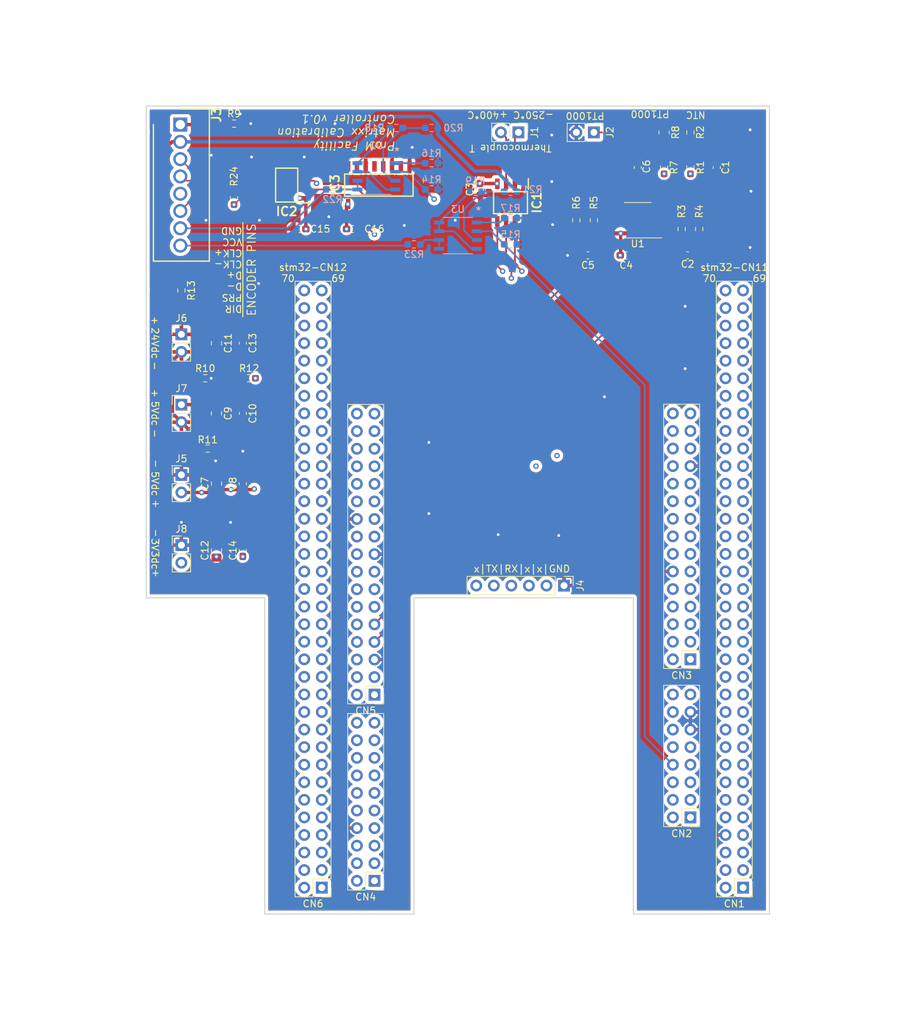
<source format=kicad_pcb>
(kicad_pcb (version 20211014) (generator pcbnew)
  (title_block (title "Expansion_Adapter") (date "2022-02-08") (rev "0.1.0") (company "ProM Facility"))
  (layers (0 "F.Cu" mixed) (1 "In1.Cu" mixed) (2 "In2.Cu" mixed) (31 "B.Cu" mixed) (34 "B.Paste" user) (35 "F.Paste" user) (36 "B.SilkS" user "B.Silkscreen") (37 "F.SilkS" user "F.Silkscreen") (38 "B.Mask" user) (39 "F.Mask" user) (44 "Edge.Cuts" user))
  (net 0 "")
  (net 1 "GND")
  (net 2 "+3V3")
  (net 3 "Net-(C1-Pad1)")
  (net 4 "Net-(C6-Pad1)")
  (net 41 "Net-(R5-Pad1)")
  (net 224 "Net-(IC1-Pad2)")
  (net 225 "Net-(IC1-Pad3)")
  (net 236 "Net-(R3-Pad1)")
  (net 237 "Net-(R16-Pad2)")
  (net 238 "Net-(R17-Pad2)")
  (net 239 "Net-(R18-Pad1)")
  (net 240 "Net-(R18-Pad2)")
  (net 241 "Net-(R19-Pad1)")
  (net 242 "Net-(R19-Pad2)")
  (net 243 "Net-(R22-Pad2)")
  (net 244 "Net-(R23-Pad2)")
  (net 245 "+5V")
  (net 246 "/encoder_interface/ENC_to_BUFF_DATA")
  (net 247 "/connectors/ENC_GND")
  (net 248 "/connectors/NTC_A_OUT")
  (net 249 "/connectors/RTD_A_OUT")
  (net 250 "/connectors/+5Vdc_ext")
  (net 251 "/connectors/GND_PWR")
  (net 252 "/connectors/+24Vdc_ext")
  (net 253 "/connectors/MCU_to_ENC_CLK")
  (net 254 "/connectors/BUFF_to_MCU_DATA")
  (net 255 "/connectors/MCU_PRESET")
  (net 256 "/connectors/MCU_DIR")
  (net 257 "/connectors/THCP_SPI_SCK")
  (net 258 "/connectors/THCP_SPI_NSS")
  (net 259 "/connectors/THCP_SPI_MISO")
  (net 261 "Net-(CN5-Pad16)")
  (net 262 "Net-(CN5-Pad14)")
  (net 263 "/connectors/ENC_SSI_CLK+")
  (net 264 "/connectors/ENC_SSI_CLK-")
  (net 265 "/connectors/ENC_SSI_DATA-")
  (net 266 "/connectors/ENC_SSI_DATA+")
  (net 267 "/connectors/ENC_VCC")
  (net 268 "/connectors/ENC_PRESET")
  (net 269 "/connectors/ENC_DIR")
  (footprint "Capacitor_SMD:C_0603_1608Metric_Pad1.08x0.95mm_HandSolder" (layer "F.Cu") (at 142.24 63.495 90)
    (fp_text reference "C6")
    (fp_text value "10n")
  )
  (footprint "Capacitor_SMD:C_0805_2012Metric_Pad1.18x1.45mm_HandSolder" (layer "F.Cu") (at 81.28 88.895 -90)
    (fp_text reference "C11")
    (fp_text value "1u 50V")
  )
  (footprint "Resistor_SMD:R_0603_1608Metric_Pad0.98x0.95mm_HandSolder" (layer "F.Cu") (at 146.05 63.495 -90)
    (fp_text reference "R7")
    (fp_text value "6k8")
  )
  (footprint "Resistor_SMD:R_0603_1608Metric_Pad0.98x0.95mm_HandSolder" (layer "F.Cu") (at 149.86 58.415 -90)
    (fp_text reference "R2")
    (fp_text value "NTCG163JH103JT1")
  )
  (footprint "Resistor_SMD:R_0603_1608Metric_Pad0.98x0.95mm_HandSolder" (layer "F.Cu") (at 149.86 63.495 -90)
    (fp_text reference "R1")
    (fp_text value "10k")
  )
  (footprint "Connector_PinHeader_2.54mm:PinHeader_2x17_P2.54mm_Vertical" (layer "F.Cu") (at 104.14 139.725 180)
    (fp_text reference "CN5")
    (fp_text value "CN10")
  )
  (footprint "Capacitor_SMD:C_0603_1608Metric_Pad1.08x0.95mm_HandSolder" (layer "F.Cu") (at 100.965 72.385)
    (fp_text reference "C16")
    (fp_text value "100n")
  )
  (footprint "Capacitor_SMD:C_0603_1608Metric_Pad1.08x0.95mm_HandSolder" (layer "F.Cu") (at 135.0275 76.195 180)
    (fp_text reference "C5")
    (fp_text value "10n")
  )
  (footprint "Resistor_SMD:R_0805_2012Metric_Pad1.20x1.40mm_HandSolder" (layer "F.Cu") (at 146.05 58.415 -90)
    (fp_text reference "R8")
    (fp_text value "P1K0.0805.2P.B")
  )
  (footprint "SamacSys_Parts:SOIC127P600X175-8N" (layer "F.Cu") (at 91.44 66.035 180)
    (fp_text reference "IC2")
    (fp_text value "MAX490CSA+" hide)
  )
  (footprint "Connector_PinHeader_2.54mm:PinHeader_1x02_P2.54mm_Vertical" (layer "F.Cu") (at 76.2 87.62)
    (fp_text reference "J6")
    (fp_text value "Screw_Terminal_01x02")
  )
  (footprint "Connector_PinHeader_2.54mm:PinHeader_1x02_P2.54mm_Vertical" (layer "F.Cu") (at 124.973 58.415 -90)
    (fp_text reference "J1")
    (fp_text value "Screw_Terminal_01x02")
  )
  (footprint "Connector_PinHeader_2.54mm:PinHeader_1x06_P2.54mm_Vertical" (layer "F.Cu") (at 131.572 123.952 -90)
    (fp_text reference "J4")
    (fp_text value "Conn_01x06")
  )
  (footprint "Resistor_SMD:R_0603_1608Metric_Pad0.98x0.95mm_HandSolder" (layer "F.Cu") (at 135.89 71.115 -90)
    (fp_text reference "R5")
    (fp_text value "10K")
  )
  (footprint "Resistor_SMD:R_0603_1608Metric_Pad0.98x0.95mm_HandSolder" (layer "F.Cu") (at 83.82 57.145)
    (fp_text reference "R9")
    (fp_text value "0R")
  )
  (footprint "Capacitor_SMD:C_0805_2012Metric_Pad1.18x1.45mm_HandSolder" (layer "F.Cu") (at 81.28 99.055 -90)
    (fp_text reference "C9")
    (fp_text value "1u 10V")
  )
  (footprint "Connector_PinHeader_2.54mm:PinHeader_1x02_P2.54mm_Vertical" (layer "F.Cu") (at 76.2 118.105)
    (fp_text reference "J8")
    (fp_text value "Conn_01x02")
  )
  (footprint "Capacitor_SMD:C_0805_2012Metric_Pad1.18x1.45mm_HandSolder" (layer "F.Cu") (at 81.28 118.867 90)
    (fp_text reference "C12")
    (fp_text value "1u 10V")
  )
  (footprint "Capacitor_SMD:C_0603_1608Metric_Pad1.08x0.95mm_HandSolder" (layer "F.Cu") (at 85.09 99.055 -90)
    (fp_text reference "C10")
    (fp_text value "100n 10V")
  )
  (footprint "Connector_PinHeader_2.54mm:PinHeader_2x08_P2.54mm_Vertical" (layer "F.Cu") (at 149.86 157.475 180)
    (fp_text reference "CN2")
    (fp_text value "CN8")
  )
  (footprint "Connector_PinHeader_2.54mm:PinHeader_2x10_P2.54mm_Vertical" (layer "F.Cu") (at 104.14 166.645 180)
    (fp_text reference "CN4")
    (fp_text value "CN7")
  )
  (footprint "Capacitor_SMD:C_0603_1608Metric_Pad1.08x0.95mm_HandSolder" (layer "F.Cu") (at 93.345 72.385 180)
    (fp_text reference "C15")
    (fp_text value "100n")
  )
  (footprint "SamacSys_Parts:SOIC127P600X175-8N" (layer "F.Cu") (at 123.825 68.575 -90)
    (fp_text reference "IC1")
    (fp_text value "MAX31855TASA+" hide)
  )
  (footprint "Capacitor_SMD:C_0603_1608Metric_Pad1.08x0.95mm_HandSolder" (layer "F.Cu") (at 85.09 88.895 -90)
    (fp_text reference "C13")
    (fp_text value "100n 50V")
  )
  (footprint "Capacitor_SMD:C_0603_1608Metric_Pad1.08x0.95mm_HandSolder" (layer "F.Cu") (at 119.385 66.67 90)
    (fp_text reference "C3")
    (fp_text value "100n")
  )
  (footprint "Resistor_SMD:R_0603_1608Metric_Pad0.98x0.95mm_HandSolder" (layer "F.Cu") (at 151.13 72.385 90)
    (fp_text reference "R4")
    (fp_text value "100k")
  )
  (footprint "Capacitor_SMD:C_0603_1608Metric_Pad1.08x0.95mm_HandSolder" (layer "F.Cu") (at 140.5625 76.195 180)
    (fp_text reference "C4")
    (fp_text value "100n")
  )
  (footprint "Connector_PinHeader_2.54mm:PinHeader_2x15_P2.54mm_Vertical" (layer "F.Cu") (at 149.86 134.615 180)
    (fp_text reference "CN3")
    (fp_text value "CN9")
  )
  (footprint "Connector_PinHeader_2.54mm:PinHeader_1x02_P2.54mm_Vertical" (layer "F.Cu") (at 135.89 58.415 -90)
    (fp_text reference "J2")
    (fp_text value "NB-PTCO-126")
  )
  (footprint "SamacSys_Parts:SHDR8W80P0X250_1X8_2200X810X1010P" (layer "F.Cu") (at 76.05 57.285 -90)
    (fp_text reference "J3")
    (fp_text value "691382000008" hide)
  )
  (footprint "Capacitor_SMD:C_0603_1608Metric_Pad1.08x0.95mm_HandSolder" (layer "F.Cu") (at 153.67 63.495 90)
    (fp_text reference "C1")
    (fp_text value "10n")
  )
  (footprint "Resistor_SMD:R_0603_1608Metric_Pad0.98x0.95mm_HandSolder" (layer "F.Cu") (at 76.2 81.275 -90)
    (fp_text reference "R13")
    (fp_text value "0R")
  )
  (footprint "Connector_PinHeader_2.54mm:PinHeader_2x35_P2.54mm_Vertical" (layer "F.Cu") (at 157.48 167.635 180)
    (fp_text reference "CN1")
    (fp_text value "CN11")
  )
  (footprint "Resistor_SMD:R_0603_1608Metric_Pad0.98x0.95mm_HandSolder" (layer "F.Cu") (at 80.01 104.135 180)
    (fp_text reference "R11")
    (fp_text value "0R")
  )
  (footprint "Resistor_SMD:R_0603_1608Metric_Pad0.98x0.95mm_HandSolder" (layer "F.Cu") (at 148.59 72.385 -90)
    (fp_text reference "R3")
    (fp_text value "22k")
  )
  (footprint "Capacitor_SMD:C_0805_2012Metric_Pad1.18x1.45mm_HandSolder" (layer "F.Cu") (at 81.28 109.215 90)
    (fp_text reference "C7")
    (fp_text value "1u 10V")
  )
  (footprint "Connector_PinHeader_2.54mm:PinHeader_1x02_P2.54mm_Vertical" (layer "F.Cu") (at 76.2 97.785)
    (fp_text reference "J7")
    (fp_text value "Screw_Terminal_01x02")
  )
  (footprint "Capacitor_SMD:C_0603_1608Metric_Pad1.08x0.95mm_HandSolder" (layer "F.Cu") (at 149.4525 76.195)
    (fp_text reference "C2")
    (fp_text value "10n")
  )
  (footprint "Resistor_SMD:R_0603_1608Metric_Pad0.98x0.95mm_HandSolder" (layer "F.Cu") (at 133.35 71.115 90)
    (fp_text reference "R6")
    (fp_text value "2k4")
  )
  (footprint "Connector_PinHeader_2.54mm:PinHeader_1x02_P2.54mm_Vertical" (layer "F.Cu") (at 76.2 107.945)
    (fp_text reference "J5")
    (fp_text value "Conn_01x02")
  )
  (footprint "Resistor_SMD:R_0603_1608Metric_Pad0.98x0.95mm_HandSolder" (layer "F.Cu") (at 86.0025 93.975 180)
    (fp_text reference "R12")
    (fp_text value "0R")
  )
  (footprint "Connector_PinHeader_2.54mm:PinHeader_2x35_P2.54mm_Vertical" (layer "F.Cu") (at 96.52 167.635 180)
    (fp_text reference "CN6")
    (fp_text value "C12")
  )
  (footprint "Resistor_SMD:R_0603_1608Metric_Pad0.98x0.95mm_HandSolder" (layer "F.Cu") (at 79.6525 93.975)
    (fp_text reference "R10")
    (fp_text value "0R")
  )
  (footprint "Capacitor_SMD:C_0603_1608Metric_Pad1.08x0.95mm_HandSolder" (layer "F.Cu") (at 85.09 109.215 90)
    (fp_text reference "C8")
    (fp_text value "100n 10V")
  )
  (footprint "Package_SO:SOIC-8_3.9x4.9mm_P1.27mm" (layer "F.Cu") (at 142.24 71.115 180)
    (fp_text reference "U1")
    (fp_text value "MCP6477")
  )
  (footprint "SamacSys_Parts:SOIC127P600X175-16N" (layer "F.Cu") (at 104.775 66.035 90)
    (fp_text reference "IC3")
    (fp_text value "CD4050BD" hide)
  )
  (footprint "Resistor_SMD:R_0603_1608Metric_Pad0.98x0.95mm_HandSolder" (layer "F.Cu") (at 83.82 67.94 90)
    (fp_text reference "R24")
    (fp_text value "120R")
  )
  (footprint "Capacitor_SMD:C_0603_1608Metric_Pad1.08x0.95mm_HandSolder" (layer "F.Cu") (at 85.09 118.867 90)
    (fp_text reference "C14")
    (fp_text value "100n 10V")
  )
  (footprint "Resistor_SMD:R_0603_1608Metric_Pad0.98x0.95mm_HandSolder" (layer "B.Cu") (at 112.395 57.78 180)
    (fp_text reference "R20")
    (fp_text value "0R")
  )
  (footprint "Resistor_SMD:R_0603_1608Metric_Pad0.98x0.95mm_HandSolder" (layer "B.Cu") (at 112.395 62.86 180)
    (fp_text reference "R16")
    (fp_text value "2K2")
  )
  (footprint "Resistor_SMD:R_0603_1608Metric_Pad0.98x0.95mm_HandSolder" (layer "B.Cu") (at 123.832625 74.6125 180)
    (fp_text reference "R15")
    (fp_text value "47K")
  )
  (footprint "Resistor_SMD:R_0603_1608Metric_Pad0.98x0.95mm_HandSolder" (layer "B.Cu") (at 98.0675 66.67)
    (fp_text reference "R22")
    (fp_text value "0R")
  )
  (footprint "Resistor_SMD:R_0603_1608Metric_Pad0.98x0.95mm_HandSolder" (layer "B.Cu") (at 123.832625 66.9925 180)
    (fp_text reference "R21")
    (fp_text value "0R")
  )
  (footprint "Resistor_SMD:R_0603_1608Metric_Pad0.98x0.95mm_HandSolder" (layer "B.Cu") (at 123.832625 70.8025 180)
    (fp_text reference "R17")
    (fp_text value "2K2")
  )
  (footprint "Resistor_SMD:R_0603_1608Metric_Pad0.98x0.95mm_HandSolder" (layer "B.Cu") (at 107.315 57.78)
    (fp_text reference "R18")
    (fp_text value "47K")
  )
  (footprint "footprints:SQ4532AEY-T1_GE3" (layer "B.Cu") (at 116.212625 73.3425 180)
    (fp_text reference "U3")
    (fp_text value "SQ4532AEY-T1_GE3")
  )
  (footprint "Resistor_SMD:R_0603_1608Metric_Pad0.98x0.95mm_HandSolder" (layer "B.Cu") (at 109.862625 74.6125)
    (fp_text reference "R23")
    (fp_text value "0R")
  )
  (footprint "Resistor_SMD:R_0603_1608Metric_Pad0.98x0.95mm_HandSolder" (layer "B.Cu") (at 118.752625 66.9925)
    (fp_text reference "R19")
    (fp_text value "47K")
  )
  (footprint "footprints:SQ4532AEY-T1_GE3" (layer "B.Cu") (at 104.4175 64.77 180)
    (fp_text reference "U2")
    (fp_text value "SQ4532AEY-T1_GE3")
  )
  (footprint "Resistor_SMD:R_0603_1608Metric_Pad0.98x0.95mm_HandSolder" (layer "B.Cu") (at 112.395 66.67 180)
    (fp_text reference "R14")
    (fp_text value "47K")
  )
  (gr_line (start 85.09 85.085) (end 85.099 71.474) (layer "F.SilkS") (width 0.14986))
  (gr_line (start 141.605 171.445) (end 161.29 171.45) (layer "Edge.Cuts") (width 0.14986))
  (gr_line (start 141.605 125.725) (end 141.605 171.445) (layer "Edge.Cuts") (width 0.14986))
  (gr_line (start 71.12 125.725) (end 71.12 54.61) (layer "Edge.Cuts") (width 0.14986))
  (gr_line (start 88.265 171.445) (end 109.855 171.445) (layer "Edge.Cuts") (width 0.14986))
  (gr_line (start 109.855 125.725) (end 141.605 125.725) (layer "Edge.Cuts") (width 0.14986))
  (gr_line (start 161.29 171.45) (end 161.29 54.61) (layer "Edge.Cuts") (width 0.14986))
  (gr_line (start 71.12 125.725) (end 88.265 125.725) (layer "Edge.Cuts") (width 0.14986))
  (gr_line (start 161.29 54.61) (end 71.12 54.61) (layer "Edge.Cuts") (width 0.14986))
  (gr_line (start 109.855 171.445) (end 109.855 125.725) (layer "Edge.Cuts") (width 0.14986))
  (gr_line (start 88.265 125.725) (end 88.265 171.445) (layer "Edge.Cuts") (width 0.14986))
  (gr_text "+      -" (at 72.39 109.22 90) (layer "F.SilkS") (effects (font (size 1.000759 1.000759) (thickness 0.14986))))
  (gr_text "5Vdc" (at 72.39 99.06 270) (layer "F.SilkS") (effects (font (size 1.000759 1.000759) (thickness 0.14986))))
  (gr_text "ENCODER PINS" (at 86.36 78.2795 90) (layer "F.SilkS") (effects (font (size 1.2 1.2) (thickness 0.14986))))
  (gr_text "PT1000" (at 144.018 55.753 180) (layer "F.SilkS") (effects (font (size 1.000759 1.000759) (thickness 0.14986))))
  (gr_text "DIR\nPRS\nD-\nD+\nCLK-\nCLK+\nVCC\nGND" (at 85.0945 78.2795 180) (layer "F.SilkS") (effects (font (size 1.000759 1.000759) (thickness 0.14986)) (justify left)))
  (gr_text "Thermocouple T\n\n\n-250°C +400°C" (at 123.825 58.293 180) (layer "F.SilkS") (effects (font (size 1.000759 1.000759) (thickness 0.14986))))
  (gr_text "stm32-CN11\n70       69" (at 156.215 78.74) (layer "F.SilkS") (effects (font (size 1.000759 1.000759) (thickness 0.14986))))
  (gr_text "5Vdc" (at 72.39 109.22 270) (layer "F.SilkS") (effects (font (size 1.000759 1.000759) (thickness 0.14986))))
  (gr_text "PT1000" (at 134.62 56.007 180) (layer "F.SilkS") (effects (font (size 1.000759 1.000759) (thickness 0.14986))))
  (gr_text "3V3dc" (at 72.39 119.38 270) (layer "F.SilkS") (effects (font (size 1.000759 1.000759) (thickness 0.14986))))
  (gr_text "ProM Facility\nMatrixx Calibration \nController v0.1" (at 107.315 58.415 180) (layer "F.SilkS") (effects (font (size 1.2 1.2) (thickness 0.14986) italic) (justify left)))
  (gr_text "NTC" (at 150.622 55.88 180) (layer "F.SilkS") (effects (font (size 1.000759 1.000759) (thickness 0.14986))))
  (gr_text "+      -" (at 72.39 99.06 270) (layer "F.SilkS") (effects (font (size 1.000759 1.000759) (thickness 0.14986))))
  (gr_text "+       -" (at 72.39 88.9 270) (layer "F.SilkS") (effects (font (size 1.000759 1.000759) (thickness 0.14986))))
  (gr_text "24Vdc" (at 72.39 88.9 270) (layer "F.SilkS") (effects (font (size 1.000759 1.000759) (thickness 0.14986))))
  (gr_text "stm32-CN12\n70       69" (at 95.25 78.74) (layer "F.SilkS") (effects (font (size 1.000759 1.000759) (thickness 0.14986))))
  (gr_text "x|TX|RX|x|x|GND" (at 125.476 121.539) (layer "F.SilkS") (effects (font (size 1.000759 1.000759) (thickness 0.14986))))
  (gr_text "+      -" (at 72.39 119.253 90) (layer "F.SilkS") (effects (font (size 1.000759 1.000759) (thickness 0.14986))))
  (segment (start 102.87 62.0605) (end 104.3515 60.579) (width 0.5) (layer "F.Cu") (net 1))
  (segment (start 109.22 60.96) (end 109.601 60.579) (width 0.5) (layer "F.Cu") (net 1))
  (segment (start 94.152 64.13) (end 94.152 62.148) (width 0.5) (layer "F.Cu") (net 1))
  (segment (start 125.73 66.579522) (end 125.73 65.863) (width 0.5) (layer "F.Cu") (net 1))
  (segment (start 107.95 71.374) (end 108.458 71.882) (width 0.5) (layer "F.Cu") (net 1))
  (segment (start 102.87 63.323) (end 102.87 62.0605) (width 0.5) (layer "F.Cu") (net 1))
  (segment (start 107.2825 71.882) (end 108.458 71.882) (width 0.5) (layer "F.Cu") (net 1))
  (segment (start 124.777022 67.5325) (end 125.73 66.579522) (width 0.5) (layer "F.Cu") (net 1))
  (segment (start 144.162151 69.21) (end 144.715 69.21) (width 0.5) (layer "F.Cu") (net 1))
  (segment (start 89.5635 61.976) (end 93.98 61.976) (width 0.5) (layer "F.Cu") (net 1))
  (segment (start 81.455 108.3525) (end 81.28 108.1775) (width 0.5) (layer "F.Cu") (net 1))
  (segment (start 105.41 70.0095) (end 107.2825 71.882) (width 0.5) (layer "F.Cu") (net 1))
  (segment (start 105.41 68.747) (end 105.41 70.0095) (width 0.5) (layer "F.Cu") (net 1))
  (segment (start 94.152 62.148) (end 93.98 61.976) (width 0.5) (layer "F.Cu") (net 1))
  (segment (start 81.0475 107.945) (end 76.2 107.945) (width 0.5) (layer "F.Cu") (net 1))
  (segment (start 109.22 71.12) (end 108.458 71.882) (width 0.5) (layer "F.Cu") (net 1))
  (segment (start 119.385 67.5325) (end 124.777022 67.5325) (width 0.5) (layer "F.Cu") (net 1))
  (segment (start 107.95 68.747) (end 107.95 71.374) (width 0.5) (layer "F.Cu") (net 1))
  (segment (start 84.7325 57.145) (end 89.5635 61.976) (width 0.5) (layer "F.Cu") (net 1))
  (segment (start 109.22 68.747) (end 109.22 71.12) (width 0.5) (layer "F.Cu") (net 1))
  (segment (start 109.22 63.323) (end 109.22 60.96) (width 0.5) (layer "F.Cu") (net 1))
  (segment (start 106.68 62.0605) (end 108.1615 60.579) (width 0.5) (layer "F.Cu") (net 1))
  (segment (start 141.425 76.195) (end 141.425 71.947151) (width 0.5) (layer "F.Cu") (net 1))
  (segment (start 108.1615 60.579) (end 109.601 60.579) (width 0.5) (layer "F.Cu") (net 1))
  (segment (start 106.68 63.323) (end 106.68 62.0605) (width 0.5) (layer "F.Cu") (net 1))
  (segment (start 81.28 108.1775) (end 81.0475 107.945) (width 0.5) (layer "F.Cu") (net 1))
  (segment (start 141.425 71.947151) (end 144.162151 69.21) (width 0.5) (layer "F.Cu") (net 1))
  (segment (start 85.09 108.3525) (end 81.455 108.3525) (width 0.5) (layer "F.Cu") (net 1))
  (segment (start 104.3515 60.579) (end 109.601 60.579) (width 0.5) (layer "F.Cu") (net 1))
  (via (at 112.014 113.538) (size 0.8) (drill 0.4) (layers "F.Cu" "B.Cu") (net 1))
  (via (at 149.098 92.583) (size 0.8) (drill 0.4) (layers "F.Cu" "B.Cu") (net 1))
  (via (at 86.233 57.15) (size 0.8) (drill 0.4) (layers "F.Cu" "B.Cu") (net 1))
  (via (at 137.414 96.647) (size 0.8) (drill 0.4) (layers "F.Cu" "B.Cu") (net 1))
  (via (at 98.425 57.15) (size 0.8) (drill 0.4) (layers "F.Cu" "B.Cu") (net 1))
  (via (at 79.756 71.12) (size 0.8) (drill 0.4) (layers "F.Cu" "B.Cu") (net 1))
  (via (at 129.921 71.755) (size 0.8) (drill 0.4) (layers "F.Cu" "B.Cu") (net 1))
  (via (at 149.098 83.566) (size 0.8) (drill 0.4) (layers "F.Cu" "B.Cu") (net 1))
  (via (at 108.458 71.882) (size 0.8) (drill 0.4) (layers "F.Cu" "B.Cu") (net 1))
  (via (at 97.536 70.612) (size 0.8) (drill 0.4) (layers "F.Cu" "B.Cu") (net 1))
  (via (at 85.09 104.521) (size 0.8) (drill 0.4) (layers "F.Cu" "B.Cu") (net 1))
  (via (at 80.518 61.722) (size 0.8) (drill 0.4) (layers "F.Cu" "B.Cu") (net 1))
  (via (at 87.376 80.264) (size 0.8) (drill 0.4) (layers "F.Cu" "B.Cu") (net 1))
  (via (at 86.36 61.976) (size 0.8) (drill 0.4) (layers "F.Cu" "B.Cu") (net 1))
  (via (at 158.496 75.057) (size 0.8) (drill 0.4) (layers "F.Cu" "B.Cu") (net 1))
  (via (at 81.153 105.918) (size 0.8) (drill 0.4) (layers "F.Cu" "B.Cu") (net 1))
  (via (at 84.709 55.753) (size 0.8) (drill 0.4) (layers "F.Cu" "B.Cu") (net 1))
  (via (at 83.312 114.808) (size 0.8) (drill 0.4) (layers "F.Cu" "B.Cu") (net 1))
  (via (at 80.518 93.98) (size 0.8) (drill 0.4) (layers "F.Cu" "B.Cu") (net 1))
  (via (at 132.08 76.2) (size 0.8) (drill 0.4) (layers "F.Cu" "B.Cu") (net 1))
  (via (at 158.623 66.929) (size 0.8) (drill 0.4) (layers "F.Cu" "B.Cu") (net 1))
  (via (at 115.824 71.12) (size 0.8) (drill 0.4) (layers "F.Cu" "B.Cu") (net 1))
  (via (at 122.047 116.586) (size 0.8) (drill 0.4) (layers "F.Cu" "B.Cu") (net 1))
  (via (at 130.81 116.713) (size 0.8) (drill 0.4) (layers "F.Cu" "B.Cu") (net 1))
  (via (at 129.794 65.532) (size 0.8) (drill 0.4) (layers "F.Cu" "B.Cu") (net 1))
  (via (at 87.503 71.12) (size 0.8) (drill 0.4) (layers "F.Cu" "B.Cu") (net 1))
  (via (at 93.98 61.976) (size 0.8) (drill 0.4) (layers "F.Cu" "B.Cu") (net 1))
  (via (at 129.794 58.801) (size 0.8) (drill 0.4) (layers "F.Cu" "B.Cu") (net 1))
  (via (at 109.601 60.579) (size 0.8) (drill 0.4) (layers "F.Cu" "B.Cu") (net 1))
  (via (at 112.014 103.251) (size 0.8) (drill 0.4) (layers "F.Cu" "B.Cu") (net 1))
  (via (at 158.496 58.039) (size 0.8) (drill 0.4) (layers "F.Cu" "B.Cu") (net 1))
  (via (at 76.2 114.808) (size 0.8) (drill 0.4) (layers "F.Cu" "B.Cu") (net 1))
  (segment (start 100.1025 68.9745) (end 100.2865 68.7905) (width 0.5) (layer "F.Cu") (net 2))
  (segment (start 119.385 65.8075) (end 121.8645 65.8075) (width 0.5) (layer "F.Cu") (net 2))
  (segment (start 139.765 76.13) (end 139.7 76.195) (width 0.5) (layer "F.Cu") (net 2))
  (segment (start 100.2865 68.7905) (end 100.33 68.747) (width 0.5) (layer "F.Cu") (net 2))
  (segment (start 100.1025 72.385) (end 100.1025 68.9745) (width 0.5) (layer "F.Cu") (net 2))
  (segment (start 121.8645 65.8075) (end 121.92 65.863) (width 0.5) (layer "F.Cu") (net 2))
  (segment (start 139.765 73.02) (end 139.765 76.13) (width 0.5) (layer "F.Cu") (net 2))
  (via (at 146.05 64.389) (size 0.8) (drill 0.4) (layers "F.Cu" "B.Cu") (net 2))
  (via (at 149.86 64.389) (size 0.8) (drill 0.4) (layers "F.Cu" "B.Cu") (net 2))
  (via (at 85.09 119.761) (size 0.8) (drill 0.4) (layers "F.Cu" "B.Cu") (net 2))
  (via (at 119.385 65.8075) (size 0.8) (drill 0.4) (layers "F.Cu" "B.Cu") (net 2))
  (via (at 100.1025 72.385) (size 0.8) (drill 0.4) (layers "F.Cu" "B.Cu") (net 2))
  (via (at 100.2865 68.7905) (size 0.8) (drill 0.4) (layers "F.Cu" "B.Cu") (net 2))
  (via (at 139.7 76.195) (size 0.8) (drill 0.4) (layers "F.Cu" "B.Cu") (net 2))
  (via (at 139.765 73.02) (size 0.8) (drill 0.4) (layers "F.Cu" "B.Cu") (net 2))
  (via (at 121.8645 65.8075) (size 0.8) (drill 0.4) (layers "F.Cu" "B.Cu") (net 2))
  (via (at 81.28 119.761) (size 0.8) (drill 0.4) (layers "F.Cu" "B.Cu") (net 2))
  (segment (start 149.86 59.3275) (end 149.86 62.5825) (width 0.25) (layer "F.Cu") (net 3))
  (segment (start 151.895 62.5825) (end 153.67 64.3575) (width 0.25) (layer "F.Cu") (net 3))
  (segment (start 147.5475 70.48) (end 144.715 70.48) (width 0.25) (layer "F.Cu") (net 3))
  (segment (start 149.86 62.5825) (end 151.895 62.5825) (width 0.25) (layer "F.Cu") (net 3))
  (segment (start 153.67 64.3575) (end 147.5475 70.48) (width 0.25) (layer "F.Cu") (net 3))
  (segment (start 142.24 64.3575) (end 142.24 66.735) (width 0.25) (layer "F.Cu") (net 4))
  (segment (start 145.05 58.415) (end 146.05 59.415) (width 0.25) (layer "F.Cu") (net 4))
  (segment (start 135.89 58.415) (end 145.05 58.415) (width 0.25) (layer "F.Cu") (net 4))
  (segment (start 146.05 62.5825) (end 144.015 62.5825) (width 0.25) (layer "F.Cu") (net 4))
  (segment (start 146.05 59.415) (end 146.05 62.5825) (width 0.25) (layer "F.Cu") (net 4))
  (segment (start 142.24 66.735) (end 139.765 69.21) (width 0.25) (layer "F.Cu") (net 4))
  (segment (start 144.015 62.5825) (end 142.24 64.3575) (width 0.25) (layer "F.Cu") (net 4))
  (segment (start 133.35 70.2025) (end 135.89 70.2025) (width 0.25) (layer "F.Cu") (net 41))
  (segment (start 139.765 70.48) (end 136.1675 70.48) (width 0.25) (layer "F.Cu") (net 41))
  (segment (start 136.1675 70.48) (end 135.89 70.2025) (width 0.25) (layer "F.Cu") (net 41))
  (segment (start 124.46 58.928) (end 124.973 58.415) (width 0.25) (layer "F.Cu") (net 224))
  (segment (start 124.46 65.863) (end 124.46 58.928) (width 0.25) (layer "F.Cu") (net 224))
  (segment (start 123.19 59.172) (end 123.19 65.863) (width 0.25) (layer "F.Cu") (net 225))
  (segment (start 122.433 58.415) (end 123.19 59.172) (width 0.25) (layer "F.Cu") (net 225))
  (segment (start 148.59 71.4725) (end 151.13 71.4725) (width 0.25) (layer "F.Cu") (net 236))
  (segment (start 144.715 71.75) (end 148.3125 71.75) (width 0.25) (layer "F.Cu") (net 236))
  (segment (start 148.3125 71.75) (end 148.59 71.4725) (width 0.25) (layer "F.Cu") (net 236))
  (segment (start 107.14165 62.865) (end 111.4775 62.865) (width 0.25) (layer "B.Cu") (net 237))
  (segment (start 111.4775 62.865) (end 111.4825 62.86) (width 0.25) (layer "B.Cu") (net 237))
  (segment (start 122.285125 71.4375) (end 118.936775 71.4375) (width 0.25) (layer "B.Cu") (net 238))
  (segment (start 122.920125 70.8025) (end 122.285125 71.4375) (width 0.25) (layer "B.Cu") (net 238))
  (segment (start 107.14165 66.675) (end 105.796 66.675) (width 0.25) (layer "B.Cu") (net 239))
  (segment (start 101.69335 62.865) (end 101.69335 64.135) (width 0.25) (layer "B.Cu") (net 239))
  (segment (start 105.796 66.675) (end 103.256 64.135) (width 0.25) (layer "B.Cu") (net 239))
  (segment (start 106.4025 58.15585) (end 101.69335 62.865) (width 0.25) (layer "B.Cu") (net 239))
  (segment (start 103.256 64.135) (end 101.69335 64.135) (width 0.25) (layer "B.Cu") (net 239))
  (segment (start 106.4025 57.78) (end 106.4025 58.15585) (width 0.25) (layer "B.Cu") (net 239))
  (segment (start 105.41 60.5975) (end 105.41 64.1242) (width 0.25) (layer "B.Cu") (net 240))
  (segment (start 105.41 64.1242) (end 106.6908 65.405) (width 0.25) (layer "B.Cu") (net 240))
  (segment (start 111.4825 57.78) (end 108.2275 57.78) (width 0.25) (layer "B.Cu") (net 240))
  (segment (start 108.2275 57.78) (end 105.41 60.5975) (width 0.25) (layer "B.Cu") (net 240))
  (segment (start 106.6908 65.405) (end 107.14165 65.405) (width 0.25) (layer "B.Cu") (net 240))
  (segment (start 118.1785 75.2475) (end 115.6385 72.7075) (width 0.25) (layer "B.Cu") (net 241))
  (segment (start 113.488475 71.4375) (end 113.488475 72.7075) (width 0.25) (layer "B.Cu") (net 241))
  (segment (start 118.936775 75.2475) (end 118.1785 75.2475) (width 0.25) (layer "B.Cu") (net 241))
  (segment (start 117.840125 67.08585) (end 113.488475 71.4375) (width 0.25) (layer "B.Cu") (net 241))
  (segment (start 117.840125 66.9925) (end 117.840125 67.08585) (width 0.25) (layer "B.Cu") (net 241))
  (segment (start 115.6385 72.7075) (end 113.488475 72.7075) (width 0.25) (layer "B.Cu") (net 241))
  (segment (start 118.485925 73.9775) (end 118.936775 73.9775) (width 0.25) (layer "B.Cu") (net 242))
  (segment (start 117.094 72.585575) (end 118.485925 73.9775) (width 0.25) (layer "B.Cu") (net 242))
  (segment (start 117.094 69.563625) (end 117.094 72.585575) (width 0.25) (layer "B.Cu") (net 242))
  (segment (start 119.665125 66.9925) (end 117.094 69.563625) (width 0.25) (layer "B.Cu") (net 242))
  (segment (start 122.920125 66.9925) (end 119.665125 66.9925) (width 0.25) (layer "B.Cu") (net 242))
  (segment (start 101.69335 66.675) (end 98.985 66.675) (width 0.25) (layer "B.Cu") (net 243))
  (segment (start 101.69335 65.405) (end 101.69335 66.675) (width 0.25) (layer "B.Cu") (net 243))
  (segment (start 98.985 66.675) (end 98.98 66.67) (width 0.25) (layer "B.Cu") (net 243))
  (segment (start 113.488475 75.2475) (end 113.488475 73.9775) (width 0.25) (layer "B.Cu") (net 244))
  (segment (start 111.410125 73.9775) (end 113.488475 73.9775) (width 0.25) (layer "B.Cu") (net 244))
  (segment (start 110.775125 74.6125) (end 111.410125 73.9775) (width 0.25) (layer "B.Cu") (net 244))
  (segment (start 94.22325 72.40075) (end 94.2075 72.385) (width 0.5) (layer "F.Cu") (net 245))
  (segment (start 83.3435 110.0775) (end 81.455 110.0775) (width 0.5) (layer "F.Cu") (net 245))
  (segment (start 85.09 110.0775) (end 83.3435 110.0775) (width 0.5) (layer "F.Cu") (net 245))
  (segment (start 94.2075 67.9955) (end 94.152 67.94) (width 0.5) (layer "F.Cu") (net 245))
  (segment (start 81.28 110.2525) (end 81.0475 110.485) (width 0.5) (layer "F.Cu") (net 245))
  (segment (start 94.2075 72.385) (end 94.2075 67.9955) (width 0.5) (layer "F.Cu") (net 245))
  (segment (start 79.126 110.485) (end 76.2 110.485) (width 0.5) (layer "F.Cu") (net 245))
  (segment (start 86.6455 110.0775) (end 85.09 110.0775) (width 0.5) (layer "F.Cu") (net 245))
  (segment (start 86.741 109.982) (end 86.6455 110.0775) (width 0.5) (layer "F.Cu") (net 245))
  (segment (start 81.0475 110.485) (end 79.126 110.485) (width 0.5) (layer "F.Cu") (net 245))
  (segment (start 81.455 110.0775) (end 81.28 110.2525) (width 0.5) (layer "F.Cu") (net 245))
  (via (at 86.741 109.982) (size 0.8) (drill 0.4) (layers "F.Cu" "B.Cu") (net 245))
  (via (at 94.22325 72.40075) (size 0.8) (drill 0.4) (layers "F.Cu" "B.Cu") (net 245))
  (via (at 79.126 110.485) (size 0.8) (drill 0.4) (layers "F.Cu" "B.Cu") (net 245))
  (via (at 86.915 93.975) (size 0.8) (drill 0.4) (layers "F.Cu" "B.Cu") (net 245))
  (via (at 93.345 67.945) (size 0.8) (drill 0.4) (layers "F.Cu" "B.Cu") (net 245))
  (via (at 83.3435 110.0775) (size 0.8) (drill 0.4) (layers "F.Cu" "B.Cu") (net 245))
  (segment (start 94.152 66.67) (end 101.8055 66.67) (width 0.25) (layer "F.Cu") (net 246))
  (segment (start 102.87 67.7345) (end 102.87 68.747) (width 0.25) (layer "F.Cu") (net 246))
  (segment (start 101.8055 66.67) (end 102.87 67.7345) (width 0.25) (layer "F.Cu") (net 246))
  (segment (start 76.05 57.285) (end 82.7675 57.285) (width 0.5) (layer "F.Cu") (net 247))
  (segment (start 82.7675 57.285) (end 82.9075 57.145) (width 0.5) (layer "F.Cu") (net 247))
  (segment (start 104.14 132.105) (end 107.188 129.057) (width 0.25) (layer "F.Cu") (net 248))
  (segment (start 126.275489 107.404511) (end 126.275489 98.509511) (width 0.25) (layer "F.Cu") (net 248))
  (segment (start 148.59 76.195) (end 148.59 73.2975) (width 0.25) (layer "F.Cu") (net 248))
  (segment (start 107.188 129.057) (end 107.188 126.492) (width 0.25) (layer "F.Cu") (net 248))
  (segment (start 148.59 73.2975) (end 144.9925 73.2975) (width 0.25) (layer "F.Cu") (net 248))
  (segment (start 144.9925 73.2975) (end 144.715 73.02) (width 0.25) (layer "F.Cu") (net 248))
  (segment (start 107.188 126.492) (end 126.275489 107.404511) (width 0.25) (layer "F.Cu") (net 248))
  (segment (start 126.275489 98.509511) (end 148.59 76.195) (width 0.25) (layer "F.Cu") (net 248))
  (segment (start 104.14 129.54) (end 106.299 127.381) (width 0.25) (layer "F.Cu") (net 249))
  (segment (start 106.299 127.381) (end 106.299 125.349) (width 0.25) (layer "F.Cu") (net 249))
  (segment (start 124.46 107.188) (end 124.46 87.625) (width 0.25) (layer "F.Cu") (net 249))
  (segment (start 136.1675 71.75) (end 139.765 71.75) (width 0.25) (layer "F.Cu") (net 249))
  (segment (start 135.89 72.0275) (end 136.1675 71.75) (width 0.25) (layer "F.Cu") (net 249))
  (segment (start 104.14 129.565) (end 104.14 129.54) (width 0.25) (layer "F.Cu") (net 249))
  (segment (start 106.299 125.349) (end 124.46 107.188) (width 0.25) (layer "F.Cu") (net 249))
  (segment (start 124.46 87.625) (end 135.89 76.195) (width 0.25) (layer "F.Cu") (net 249))
  (segment (start 135.89 76.195) (end 135.89 72.0275) (width 0.25) (layer "F.Cu") (net 249))
  (segment (start 81.28 98.0175) (end 84.915 98.0175) (width 0.5) (layer "F.Cu") (net 250))
  (segment (start 76.2 97.785) (end 81.0475 97.785) (width 0.5) (layer "F.Cu") (net 250))
  (segment (start 84.915 98.0175) (end 85.09 98.1925) (width 0.5) (layer "F.Cu") (net 250))
  (segment (start 85.09 98.1925) (end 85.09 93.975) (width 0.5) (layer "F.Cu") (net 250))
  (segment (start 81.0475 97.785) (end 81.28 98.0175) (width 0.5) (layer "F.Cu") (net 250))
  (segment (start 76.2 91.435) (end 78.74 93.975) (width 0.5) (layer "F.Cu") (net 251))
  (segment (start 84.915 100.0925) (end 85.09 99.9175) (width 0.5) (layer "F.Cu") (net 251))
  (segment (start 81.28 100.0925) (end 81.0475 100.325) (width 0.5) (layer "F.Cu") (net 251))
  (segment (start 79.0975 103.2225) (end 79.0975 104.135) (width 0.5) (layer "F.Cu") (net 251))
  (segment (start 76.2 90.16) (end 81.0525 90.16) (width 0.5) (layer "F.Cu") (net 251))
  (segment (start 74.900489 91.459511) (end 74.900489 99.025489) (width 0.5) (layer "F.Cu") (net 251))
  (segment (start 76.2 90.16) (end 74.900489 91.459511) (width 0.5) (layer "F.Cu") (net 251))
  (segment (start 76.2 100.325) (end 79.0975 103.2225) (width 0.5) (layer "F.Cu") (net 251))
  (segment (start 81.0475 100.325) (end 76.2 100.325) (width 0.5) (layer "F.Cu") (net 251))
  (segment (start 81.28 89.9325) (end 84.915 89.9325) (width 0.5) (layer "F.Cu") (net 251))
  (segment (start 76.2 90.16) (end 76.2 91.435) (width 0.5) (layer "F.Cu") (net 251))
  (segment (start 81.28 100.0925) (end 84.915 100.0925) (width 0.5) (layer "F.Cu") (net 251))
  (segment (start 84.915 89.9325) (end 85.09 89.7575) (width 0.5) (layer "F.Cu") (net 251))
  (segment (start 81.0525 90.16) (end 81.28 89.9325) (width 0.5) (layer "F.Cu") (net 251))
  (segment (start 74.900489 99.025489) (end 76.2 100.325) (width 0.5) (layer "F.Cu") (net 251))
  (segment (start 81.28 87.8575) (end 84.915 87.8575) (width 0.5) (layer "F.Cu") (net 252))
  (segment (start 76.2 87.62) (end 76.2 82.1875) (width 0.5) (layer "F.Cu") (net 252))
  (segment (start 84.915 87.8575) (end 85.09 88.0325) (width 0.5) (layer "F.Cu") (net 252))
  (segment (start 76.2 87.62) (end 81.0425 87.62) (width 0.5) (layer "F.Cu") (net 252))
  (segment (start 81.0425 87.62) (end 81.28 87.8575) (width 0.5) (layer "F.Cu") (net 252))
  (segment (start 95.372 65.4) (end 95.758 65.786) (width 0.25) (layer "F.Cu") (net 253))
  (segment (start 94.152 65.4) (end 95.372 65.4) (width 0.25) (layer "F.Cu") (net 253))
  (via (at 95.758 65.786) (size 0.8) (drill 0.4) (layers "F.Cu" "B.Cu") (net 253))
  (via (at 130.556 105.156) (size 0.8) (drill 0.4) (layers "F.Cu" "B.Cu") (net 253))
  (segment (start 104.14 73.152) (end 101.6 70.612) (width 0.25) (layer "F.Cu") (net 254))
  (segment (start 101.6 70.612) (end 101.6 68.747) (width 0.25) (layer "F.Cu") (net 254))
  (via (at 104.14 73.152) (size 0.8) (drill 0.4) (layers "F.Cu" "B.Cu") (net 254))
  (via (at 127.508 106.68) (size 0.8) (drill 0.4) (layers "F.Cu" "B.Cu") (net 254))
  (via (at 112.776 68.067) (size 0.8) (drill 0.4) (layers "F.Cu" "B.Cu") (net 255))
  (segment (start 108.9475 64.135) (end 107.14165 64.135) (width 0.25) (layer "B.Cu") (net 255))
  (segment (start 111.4825 66.67) (end 108.9475 64.135) (width 0.25) (layer "B.Cu") (net 255))
  (segment (start 111.4825 66.7735) (end 112.776 68.067) (width 0.25) (layer "B.Cu") (net 255))
  (segment (start 111.4825 66.67) (end 111.4825 66.7735) (width 0.25) (layer "B.Cu") (net 255))
  (segment (start 121.015125 72.7075) (end 118.936775 72.7075) (width 0.25) (layer "B.Cu") (net 256))
  (segment (start 143.256 145.791) (end 143.256 94.948375) (width 0.25) (layer "B.Cu") (net 256))
  (segment (start 122.920125 74.6125) (end 121.015125 72.7075) (width 0.25) (layer "B.Cu") (net 256))
  (segment (start 147.32 149.855) (end 143.256 145.791) (width 0.25) (layer "B.Cu") (net 256))
  (segment (start 143.256 94.948375) (end 122.920125 74.6125) (width 0.25) (layer "B.Cu") (net 256))
  (segment (start 121.92 77.724) (end 122.682 78.486) (width 0.25) (layer "F.Cu") (net 257))
  (segment (start 121.92 71.287) (end 121.92 77.724) (width 0.25) (layer "F.Cu") (net 257))
  (via (at 122.682 78.486) (size 0.8) (drill 0.4) (layers "F.Cu" "B.Cu") (net 257))
  (segment (start 123.952 77.978) (end 123.19 77.216) (width 0.25) (layer "F.Cu") (net 258))
  (segment (start 123.19 77.216) (end 123.19 71.287) (width 0.25) (layer "F.Cu") (net 258))
  (segment (start 123.952 79.502) (end 123.952 77.978) (width 0.25) (layer "F.Cu") (net 258))
  (via (at 123.952 79.502) (size 0.8) (drill 0.4) (layers "F.Cu" "B.Cu") (net 258))
  (segment (start 124.46 76.962) (end 124.46 77.47) (width 0.25) (layer "F.Cu") (net 259))
  (segment (start 124.46 71.287) (end 124.46 76.454) (width 0.25) (layer "F.Cu") (net 259))
  (segment (start 124.46 76.454) (end 124.46 76.962) (width 0.25) (layer "F.Cu") (net 259))
  (segment (start 124.46 77.47) (end 125.476 78.486) (width 0.25) (layer "F.Cu") (net 259))
  (via (at 125.476 78.486) (size 0.8) (drill 0.4) (layers "F.Cu" "B.Cu") (net 259))
  (segment (start 88.728 64.13) (end 77.895 64.13) (width 0.2) (layer "F.Cu") (net 263))
  (segment (start 77.895 64.13) (end 76.05 62.285) (width 0.2) (layer "F.Cu") (net 263))
  (segment (start 76.665 65.4) (end 88.728 65.4) (width 0.2) (layer "F.Cu") (net 264))
  (segment (start 76.05 64.785) (end 76.665 65.4) (width 0.2) (layer "F.Cu") (net 264))
  (segment (start 84.1775 66.67) (end 83.82 67.0275) (width 0.2) (layer "F.Cu") (net 265))
  (segment (start 83.82 67.0275) (end 78.8075 67.0275) (width 0.2) (layer "F.Cu") (net 265))
  (segment (start 78.8075 67.0275) (end 76.05 69.785) (width 0.2) (layer "F.Cu") (net 265))
  (segment (start 88.728 66.67) (end 84.1775 66.67) (width 0.2) (layer "F.Cu") (net 265))
  (segment (start 84.7325 67.94) (end 83.82 68.8525) (width 0.2) (layer "F.Cu") (net 266))
  (segment (start 88.728 67.94) (end 84.7325 67.94) (width 0.2) (layer "F.Cu") (net 266))
  (via (at 83.82 68.8525) (size 0.8) (drill 0.4) (layers "F.Cu" "B.Cu") (net 266))
  (segment (start 73.66 60.955) (end 74.83 59.785) (width 0.5) (layer "F.Cu") (net 267))
  (segment (start 75.9225 80.3625) (end 73.66 78.1) (width 0.5) (layer "F.Cu") (net 267))
  (segment (start 73.66 78.1) (end 73.66 60.955) (width 0.5) (layer "F.Cu") (net 267))
  (segment (start 76.2 80.3625) (end 75.9225 80.3625) (width 0.5) (layer "F.Cu") (net 267))
  (segment (start 74.83 59.785) (end 76.05 59.785) (width 0.5) (layer "F.Cu") (net 267))
  (segment (start 118.618 64.003) (end 121.755625 64.003) (width 0.5) (layer "B.Cu") (net 267))
  (segment (start 113.3075 57.78) (end 113.3075 58.6925) (width 0.5) (layer "B.Cu") (net 267))
  (segment (start 121.755625 64.003) (end 124.745125 66.9925) (width 0.5) (layer "B.Cu") (net 267))
  (segment (start 113.3075 58.6925) (end 118.618 64.003) (width 0.5) (layer "B.Cu") (net 267))
  (segment (start 100.992 59.785) (end 104.648 56.129) (width 0.5) (layer "B.Cu") (net 267))
  (segment (start 112.268 56.129) (end 113.3075 57.1685) (width 0.5) (layer "B.Cu") (net 267))
  (segment (start 104.648 56.129) (end 112.268 56.129) (width 0.5) (layer "B.Cu") (net 267))
  (segment (start 113.3075 57.1685) (end 113.3075 57.78) (width 0.5) (layer "B.Cu") (net 267))
  (segment (start 76.05 59.785) (end 100.992 59.785) (width 0.5) (layer "B.Cu") (net 267))
  (segment (start 97.155 66.67) (end 91.54 72.285) (width 0.25) (layer "B.Cu") (net 268))
  (segment (start 91.54 72.285) (end 76.05 72.285) (width 0.25) (layer "B.Cu") (net 268))
  (segment (start 108.777625 74.785) (end 108.950125 74.6125) (width 0.25) (layer "B.Cu") (net 269))
  (segment (start 76.05 74.785) (end 108.777625 74.785) (width 0.25) (layer "B.Cu") (net 269))
  (zone (net 267) (net_name "/connectors/ENC_VCC") (layer "F.Cu") (connect_pads (clearance 0.508)) (min_thickness 0.254) (fill yes (thermal_gap 0.508) (thermal_bridge_width 0.508) (smoothing chamfer) (radius 0.254))
    (polygon (pts (xy 76.073 60.833) (xy 74.549 60.833) (xy 74.168 61.214) (xy 74.168 77.724) (xy 75.184 78.74) (xy 77.597 78.74) (xy 77.597 81.026) (xy 71.12 81.026) (xy 71.12 58.674) (xy 76.073 58.674)))
  )
  (zone (net 1) (net_name "GND") (layer "F.Cu") (connect_pads (clearance 0.508)) (min_thickness 0.254) (fill yes (thermal_gap 0.508) (thermal_bridge_width 0.508) (smoothing chamfer) (radius 0.254))
    (polygon (pts (xy 161.29 171.45) (xy 141.605 171.45) (xy 141.605 125.73) (xy 109.855 125.73) (xy 109.855 171.45) (xy 88.265 171.45) (xy 88.265 125.73) (xy 71.12 125.73) (xy 71.12 105.41) (xy 80.518 105.41) (xy 80.518 103.632) (xy 83.693 103.632) (xy 86.36 100.965) (xy 86.36 85.217) (xy 78.105 85.217) (xy 78.105 78.232) (xy 75.438 78.232) (xy 74.676 77.47) (xy 74.676 61.341) (xy 76.581 61.341) (xy 76.581 58.166) (xy 71.12 58.166) (xy 71.12 54.61) (xy 161.29 54.61)))
  )
  (zone (net 252) (net_name "/connectors/+24Vdc_ext") (layer "F.Cu") (connect_pads (clearance 0.508)) (min_thickness 0.254) (fill yes (thermal_gap 0.508) (thermal_bridge_width 0.508) (smoothing chamfer) (radius 0.254))
    (polygon (pts (xy 77.597 85.725) (xy 85.852 85.725) (xy 85.852 88.773) (xy 71.12 88.773) (xy 71.12 81.534) (xy 77.597 81.534)))
  )
  (zone (net 251) (net_name "/connectors/GND_PWR") (layer "F.Cu") (connect_pads (clearance 0.508)) (min_thickness 0.254) (fill yes (thermal_gap 0.508) (thermal_bridge_width 0.508) (smoothing chamfer) (radius 0.254))
    (polygon (pts (xy 85.852 100.838) (xy 83.566 103.124) (xy 80.01 103.124) (xy 80.01 104.902) (xy 71.12 104.902) (xy 71.12 89.281) (xy 85.852 89.281)))
  )
  (zone (net 1) (net_name "GND") (layer "B.Cu") (connect_pads (clearance 0.508)) (min_thickness 0.254) (fill yes (thermal_gap 0.254) (thermal_bridge_width 0.254))
    (polygon (pts (xy 161.29 171.45) (xy 141.605 171.45) (xy 141.605 125.73) (xy 109.855 125.73) (xy 109.855 171.45) (xy 88.265 171.45) (xy 88.265 125.73) (xy 71.12 125.73) (xy 71.12 54.61) (xy 161.29 54.61)))
  )
)
</source>
